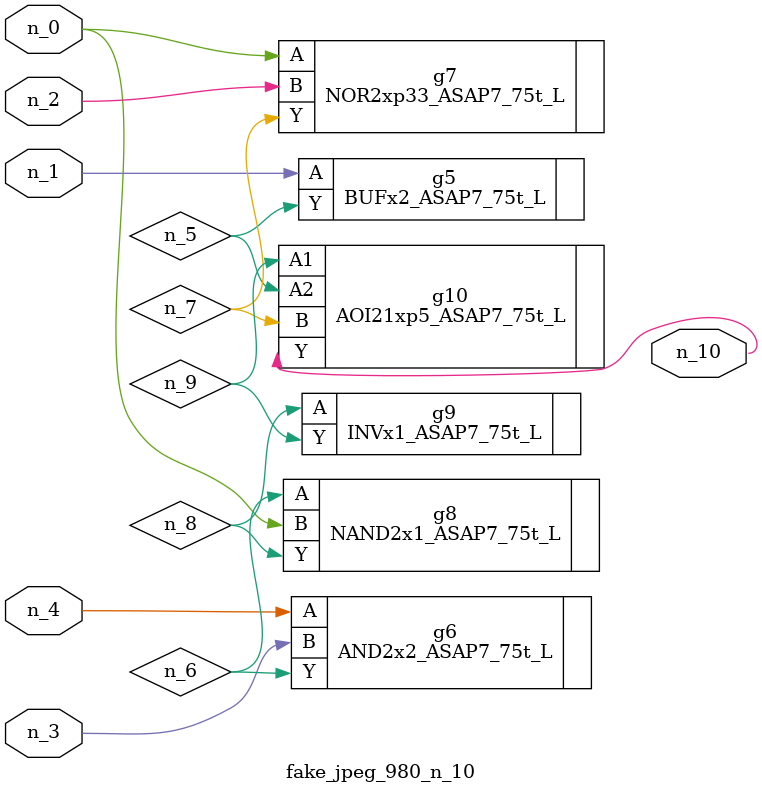
<source format=v>
module fake_jpeg_980_n_10 (n_3, n_2, n_1, n_0, n_4, n_10);

input n_3;
input n_2;
input n_1;
input n_0;
input n_4;

output n_10;

wire n_8;
wire n_9;
wire n_6;
wire n_5;
wire n_7;

BUFx2_ASAP7_75t_L g5 ( 
.A(n_1),
.Y(n_5)
);

AND2x2_ASAP7_75t_L g6 ( 
.A(n_4),
.B(n_3),
.Y(n_6)
);

NOR2xp33_ASAP7_75t_L g7 ( 
.A(n_0),
.B(n_2),
.Y(n_7)
);

NAND2x1_ASAP7_75t_L g8 ( 
.A(n_6),
.B(n_0),
.Y(n_8)
);

INVx1_ASAP7_75t_L g9 ( 
.A(n_8),
.Y(n_9)
);

AOI21xp5_ASAP7_75t_L g10 ( 
.A1(n_9),
.A2(n_5),
.B(n_7),
.Y(n_10)
);


endmodule
</source>
